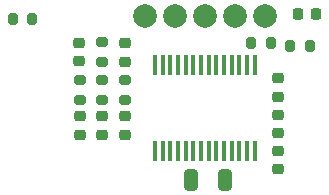
<source format=gtp>
G04 #@! TF.GenerationSoftware,KiCad,Pcbnew,8.0.3*
G04 #@! TF.CreationDate,2024-07-16T08:53:46+02:00*
G04 #@! TF.ProjectId,Midi Stick,4d696469-2053-4746-9963-6b2e6b696361,1.3*
G04 #@! TF.SameCoordinates,Original*
G04 #@! TF.FileFunction,Paste,Top*
G04 #@! TF.FilePolarity,Positive*
%FSLAX46Y46*%
G04 Gerber Fmt 4.6, Leading zero omitted, Abs format (unit mm)*
G04 Created by KiCad (PCBNEW 8.0.3) date 2024-07-16 08:53:46*
%MOMM*%
%LPD*%
G01*
G04 APERTURE LIST*
G04 Aperture macros list*
%AMRoundRect*
0 Rectangle with rounded corners*
0 $1 Rounding radius*
0 $2 $3 $4 $5 $6 $7 $8 $9 X,Y pos of 4 corners*
0 Add a 4 corners polygon primitive as box body*
4,1,4,$2,$3,$4,$5,$6,$7,$8,$9,$2,$3,0*
0 Add four circle primitives for the rounded corners*
1,1,$1+$1,$2,$3*
1,1,$1+$1,$4,$5*
1,1,$1+$1,$6,$7*
1,1,$1+$1,$8,$9*
0 Add four rect primitives between the rounded corners*
20,1,$1+$1,$2,$3,$4,$5,0*
20,1,$1+$1,$4,$5,$6,$7,0*
20,1,$1+$1,$6,$7,$8,$9,0*
20,1,$1+$1,$8,$9,$2,$3,0*%
G04 Aperture macros list end*
%ADD10RoundRect,0.200000X-0.200000X-0.275000X0.200000X-0.275000X0.200000X0.275000X-0.200000X0.275000X0*%
%ADD11RoundRect,0.218750X-0.256250X0.218750X-0.256250X-0.218750X0.256250X-0.218750X0.256250X0.218750X0*%
%ADD12R,0.431000X1.658099*%
%ADD13RoundRect,0.200000X0.275000X-0.200000X0.275000X0.200000X-0.275000X0.200000X-0.275000X-0.200000X0*%
%ADD14RoundRect,0.200000X-0.275000X0.200000X-0.275000X-0.200000X0.275000X-0.200000X0.275000X0.200000X0*%
%ADD15RoundRect,0.225000X-0.250000X0.225000X-0.250000X-0.225000X0.250000X-0.225000X0.250000X0.225000X0*%
%ADD16RoundRect,0.225000X-0.225000X-0.250000X0.225000X-0.250000X0.225000X0.250000X-0.225000X0.250000X0*%
%ADD17RoundRect,0.225000X0.250000X-0.225000X0.250000X0.225000X-0.250000X0.225000X-0.250000X-0.225000X0*%
%ADD18C,2.000000*%
%ADD19RoundRect,0.250000X0.325000X0.650000X-0.325000X0.650000X-0.325000X-0.650000X0.325000X-0.650000X0*%
G04 APERTURE END LIST*
D10*
X117157600Y-57552600D03*
X118807600Y-57552600D03*
D11*
X99291101Y-57252600D03*
X99291101Y-58827600D03*
D12*
X114132601Y-59152600D03*
X113482600Y-59152600D03*
X112832601Y-59152600D03*
X112182600Y-59152600D03*
X111532602Y-59152600D03*
X110882600Y-59152600D03*
X110232602Y-59152600D03*
X109582603Y-59152600D03*
X108932602Y-59152600D03*
X108282603Y-59152600D03*
X107632602Y-59152600D03*
X106982603Y-59152600D03*
X106332602Y-59152600D03*
X105682603Y-59152600D03*
X105682601Y-66398702D03*
X106332602Y-66398702D03*
X106982601Y-66398702D03*
X107632602Y-66398702D03*
X108282600Y-66398702D03*
X108932602Y-66398702D03*
X109582600Y-66398702D03*
X110232602Y-66398702D03*
X110882600Y-66398702D03*
X111532602Y-66398702D03*
X112182600Y-66398702D03*
X112832601Y-66398702D03*
X113482600Y-66398702D03*
X114132601Y-66398702D03*
D13*
X99303601Y-62082600D03*
X99303601Y-60432600D03*
D10*
X93632601Y-55252600D03*
X95282601Y-55252600D03*
D14*
X101208601Y-57233600D03*
X101208601Y-58883600D03*
D15*
X103113601Y-57304940D03*
X103113601Y-58854940D03*
D11*
X99303601Y-63470100D03*
X99303601Y-65045100D03*
D15*
X116132661Y-60277560D03*
X116132661Y-61827560D03*
D11*
X101208601Y-63470100D03*
X101208601Y-65045100D03*
D16*
X117782600Y-54852600D03*
X119332600Y-54852600D03*
D11*
X103113601Y-63470100D03*
X103113601Y-65045100D03*
D17*
X116132601Y-64927600D03*
X116132601Y-63377600D03*
D13*
X103113601Y-62082600D03*
X103113601Y-60432600D03*
X101208601Y-62082600D03*
X101208601Y-60432600D03*
D18*
X114970601Y-55010600D03*
X112430601Y-55010600D03*
X109890601Y-55010600D03*
X107350601Y-55010600D03*
X104810601Y-55010600D03*
D19*
X111657600Y-68852600D03*
X108707600Y-68852600D03*
D10*
X113857600Y-57252600D03*
X115507600Y-57252600D03*
D17*
X116141601Y-67977600D03*
X116141601Y-66427600D03*
M02*

</source>
